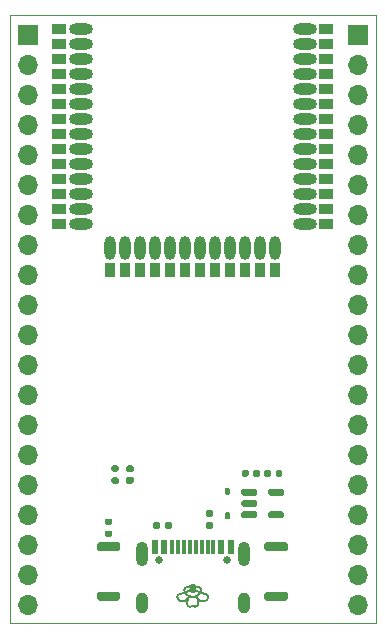
<source format=gts>
G04 #@! TF.GenerationSoftware,KiCad,Pcbnew,8.0.5-8.0.5-0~ubuntu24.04.1*
G04 #@! TF.CreationDate,2024-09-24T16:48:19+02:00*
G04 #@! TF.ProjectId,ESP32-S2_S3-WROOM_flexypin,45535033-322d-4533-925f-53332d57524f,rev?*
G04 #@! TF.SameCoordinates,Original*
G04 #@! TF.FileFunction,Soldermask,Top*
G04 #@! TF.FilePolarity,Negative*
%FSLAX46Y46*%
G04 Gerber Fmt 4.6, Leading zero omitted, Abs format (unit mm)*
G04 Created by KiCad (PCBNEW 8.0.5-8.0.5-0~ubuntu24.04.1) date 2024-09-24 16:48:19*
%MOMM*%
%LPD*%
G01*
G04 APERTURE LIST*
%ADD10C,0.000000*%
%ADD11R,1.700000X1.700000*%
%ADD12O,1.700000X1.700000*%
%ADD13O,0.950000X2.000000*%
%ADD14R,0.900000X1.300000*%
%ADD15O,2.000000X0.950000*%
%ADD16R,1.300000X0.900000*%
%ADD17C,0.650000*%
%ADD18R,0.600000X1.240000*%
%ADD19R,0.300000X1.240000*%
%ADD20O,1.000000X2.100000*%
%ADD21O,1.000000X1.800000*%
G04 #@! TA.AperFunction,Profile*
%ADD22C,0.100000*%
G04 #@! TD*
G04 APERTURE END LIST*
D10*
G36*
X148109695Y-128266577D02*
G01*
X148133861Y-128269360D01*
X148146028Y-128271165D01*
X148158235Y-128273275D01*
X148170467Y-128275714D01*
X148182713Y-128278502D01*
X148194959Y-128281663D01*
X148207193Y-128285219D01*
X148219402Y-128289192D01*
X148231572Y-128293604D01*
X148243690Y-128298478D01*
X148255745Y-128303837D01*
X148267722Y-128309701D01*
X148279609Y-128316094D01*
X148287986Y-128320990D01*
X148296255Y-128326186D01*
X148304411Y-128331680D01*
X148312451Y-128337469D01*
X148320367Y-128343550D01*
X148328157Y-128349921D01*
X148335813Y-128356580D01*
X148343332Y-128363523D01*
X148350708Y-128370747D01*
X148357937Y-128378252D01*
X148365012Y-128386033D01*
X148371930Y-128394089D01*
X148378684Y-128402416D01*
X148385271Y-128411013D01*
X148391684Y-128419876D01*
X148397919Y-128429003D01*
X148425640Y-128424369D01*
X148453284Y-128421451D01*
X148480772Y-128420227D01*
X148508023Y-128420675D01*
X148534957Y-128422771D01*
X148561494Y-128426494D01*
X148587552Y-128431821D01*
X148613052Y-128438730D01*
X148637913Y-128447198D01*
X148662056Y-128457203D01*
X148685398Y-128468723D01*
X148707861Y-128481734D01*
X148729364Y-128496215D01*
X148749826Y-128512143D01*
X148769167Y-128529496D01*
X148787306Y-128548251D01*
X148802972Y-128567033D01*
X148817185Y-128586953D01*
X148829910Y-128607947D01*
X148841112Y-128629949D01*
X148850757Y-128652895D01*
X148858808Y-128676721D01*
X148865232Y-128701362D01*
X148869993Y-128726754D01*
X148873057Y-128752832D01*
X148874387Y-128779532D01*
X148873951Y-128806789D01*
X148871711Y-128834539D01*
X148867634Y-128862717D01*
X148861684Y-128891258D01*
X148853827Y-128920099D01*
X148844027Y-128949175D01*
X148915159Y-128960583D01*
X148984012Y-128973361D01*
X149017477Y-128980389D01*
X149050243Y-128987909D01*
X149082266Y-128995971D01*
X149113504Y-129004626D01*
X149143913Y-129013922D01*
X149173450Y-129023910D01*
X149202072Y-129034639D01*
X149229736Y-129046160D01*
X149256398Y-129058523D01*
X149282015Y-129071776D01*
X149306545Y-129085971D01*
X149329943Y-129101156D01*
X149343412Y-129110850D01*
X149356457Y-129121120D01*
X149369033Y-129131954D01*
X149381093Y-129143339D01*
X149392589Y-129155262D01*
X149403475Y-129167711D01*
X149413704Y-129180673D01*
X149423230Y-129194134D01*
X149432006Y-129208083D01*
X149439985Y-129222505D01*
X149447121Y-129237389D01*
X149453366Y-129252721D01*
X149458675Y-129268488D01*
X149463000Y-129284679D01*
X149466294Y-129301280D01*
X149468512Y-129318277D01*
X149469668Y-129335514D01*
X149469818Y-129352846D01*
X149468976Y-129370279D01*
X149467153Y-129387820D01*
X149464364Y-129405475D01*
X149460620Y-129423250D01*
X149455936Y-129441153D01*
X149450324Y-129459190D01*
X149443797Y-129477367D01*
X149436368Y-129495691D01*
X149428050Y-129514168D01*
X149418856Y-129532805D01*
X149408799Y-129551608D01*
X149397892Y-129570584D01*
X149386148Y-129589740D01*
X149373580Y-129609082D01*
X149372920Y-129610057D01*
X149372246Y-129611023D01*
X149371559Y-129611979D01*
X149370858Y-129612926D01*
X149370145Y-129613862D01*
X149369418Y-129614789D01*
X149368678Y-129615706D01*
X149367926Y-129616612D01*
X149346979Y-129640552D01*
X149325761Y-129663000D01*
X149304291Y-129683966D01*
X149282591Y-129703460D01*
X149260682Y-129721495D01*
X149238584Y-129738081D01*
X149216317Y-129753228D01*
X149193903Y-129766948D01*
X149171362Y-129779252D01*
X149148714Y-129790150D01*
X149125981Y-129799653D01*
X149103183Y-129807773D01*
X149080341Y-129814520D01*
X149057475Y-129819905D01*
X149034606Y-129823939D01*
X149011755Y-129826633D01*
X148989041Y-129828031D01*
X148966578Y-129828205D01*
X148944376Y-129827211D01*
X148922444Y-129825105D01*
X148900794Y-129821941D01*
X148879434Y-129817775D01*
X148858375Y-129812663D01*
X148837627Y-129806659D01*
X148817201Y-129799819D01*
X148797106Y-129792198D01*
X148777352Y-129783851D01*
X148757950Y-129774835D01*
X148738909Y-129765203D01*
X148720240Y-129755012D01*
X148701953Y-129744317D01*
X148684058Y-129733172D01*
X148675828Y-129727814D01*
X148667668Y-129722349D01*
X148659575Y-129716785D01*
X148651547Y-129711130D01*
X148643581Y-129705392D01*
X148635676Y-129699579D01*
X148620035Y-129687760D01*
X148627333Y-129721203D01*
X148633222Y-129753815D01*
X148637716Y-129785590D01*
X148640832Y-129816519D01*
X148642585Y-129846593D01*
X148642989Y-129875804D01*
X148642061Y-129904145D01*
X148639816Y-129931606D01*
X148636268Y-129958180D01*
X148631434Y-129983858D01*
X148625329Y-130008632D01*
X148617968Y-130032494D01*
X148609366Y-130055436D01*
X148599539Y-130077449D01*
X148588503Y-130098524D01*
X148576271Y-130118655D01*
X148564897Y-130134976D01*
X148552682Y-130150401D01*
X148539677Y-130164914D01*
X148525930Y-130178502D01*
X148511492Y-130191151D01*
X148496412Y-130202846D01*
X148480738Y-130213574D01*
X148464521Y-130223321D01*
X148447810Y-130232072D01*
X148430653Y-130239813D01*
X148413102Y-130246531D01*
X148395204Y-130252211D01*
X148377010Y-130256839D01*
X148358569Y-130260401D01*
X148339930Y-130262884D01*
X148321142Y-130264272D01*
X148305932Y-130264604D01*
X148290693Y-130264258D01*
X148275438Y-130263242D01*
X148260179Y-130261566D01*
X148244928Y-130259238D01*
X148229697Y-130256268D01*
X148214498Y-130252665D01*
X148199343Y-130248437D01*
X148184243Y-130243594D01*
X148169212Y-130238145D01*
X148154261Y-130232098D01*
X148139402Y-130225464D01*
X148124647Y-130218250D01*
X148110007Y-130210467D01*
X148095496Y-130202122D01*
X148081125Y-130193225D01*
X148066765Y-130202120D01*
X148052265Y-130210464D01*
X148037637Y-130218247D01*
X148022894Y-130225460D01*
X148008048Y-130232094D01*
X147993110Y-130238141D01*
X147978093Y-130243591D01*
X147963008Y-130248434D01*
X147947867Y-130252663D01*
X147932683Y-130256267D01*
X147917468Y-130259238D01*
X147902233Y-130261566D01*
X147886990Y-130263243D01*
X147871752Y-130264259D01*
X147856530Y-130264605D01*
X147841337Y-130264272D01*
X147822570Y-130262882D01*
X147803953Y-130260394D01*
X147785534Y-130256825D01*
X147767364Y-130252188D01*
X147749491Y-130246497D01*
X147731965Y-130239767D01*
X147714837Y-130232013D01*
X147698155Y-130223248D01*
X147681968Y-130213487D01*
X147666328Y-130202744D01*
X147651282Y-130191034D01*
X147636881Y-130178372D01*
X147623175Y-130164770D01*
X147610212Y-130150244D01*
X147598042Y-130134809D01*
X147586715Y-130118477D01*
X147574548Y-130098349D01*
X147563574Y-130077279D01*
X147553808Y-130055275D01*
X147545266Y-130032346D01*
X147537962Y-130008498D01*
X147531911Y-129983742D01*
X147527129Y-129958084D01*
X147523632Y-129931533D01*
X147521433Y-129904096D01*
X147520548Y-129875783D01*
X147520554Y-129875449D01*
X147691765Y-129875449D01*
X147692156Y-129892037D01*
X147693121Y-129907904D01*
X147696662Y-129937465D01*
X147702167Y-129964123D01*
X147705587Y-129976361D01*
X147709417Y-129987869D01*
X147713628Y-129998647D01*
X147718193Y-130008694D01*
X147723085Y-130018008D01*
X147728276Y-130026588D01*
X147734005Y-130034945D01*
X147739957Y-130042715D01*
X147746138Y-130049907D01*
X147752549Y-130056533D01*
X147759195Y-130062602D01*
X147766080Y-130068125D01*
X147773206Y-130073113D01*
X147780579Y-130077577D01*
X147788201Y-130081526D01*
X147796075Y-130084972D01*
X147804207Y-130087924D01*
X147812599Y-130090394D01*
X147821254Y-130092392D01*
X147830178Y-130093928D01*
X147839372Y-130095013D01*
X147848842Y-130095657D01*
X147858598Y-130095819D01*
X147868637Y-130095440D01*
X147878936Y-130094507D01*
X147889476Y-130093005D01*
X147900235Y-130090919D01*
X147911192Y-130088236D01*
X147922326Y-130084941D01*
X147933617Y-130081019D01*
X147945042Y-130076458D01*
X147956582Y-130071241D01*
X147968215Y-130065356D01*
X147979920Y-130058788D01*
X147991676Y-130051522D01*
X148003462Y-130043544D01*
X148015258Y-130034840D01*
X148027042Y-130025396D01*
X148029924Y-130024060D01*
X148032851Y-130022836D01*
X148035820Y-130021722D01*
X148038827Y-130020722D01*
X148041870Y-130019835D01*
X148044946Y-130019062D01*
X148048050Y-130018406D01*
X148051180Y-130017866D01*
X148052934Y-130016957D01*
X148054707Y-130016090D01*
X148056498Y-130015265D01*
X148058307Y-130014483D01*
X148060132Y-130013744D01*
X148061974Y-130013048D01*
X148063831Y-130012395D01*
X148065702Y-130011786D01*
X148067587Y-130011220D01*
X148069485Y-130010699D01*
X148071395Y-130010222D01*
X148073316Y-130009789D01*
X148075248Y-130009402D01*
X148077190Y-130009059D01*
X148079141Y-130008761D01*
X148081100Y-130008509D01*
X148083061Y-130008761D01*
X148085013Y-130009058D01*
X148086957Y-130009400D01*
X148088890Y-130009788D01*
X148090813Y-130010220D01*
X148092725Y-130010697D01*
X148094625Y-130011218D01*
X148096511Y-130011784D01*
X148098384Y-130012393D01*
X148100242Y-130013046D01*
X148102085Y-130013742D01*
X148103912Y-130014481D01*
X148105723Y-130015264D01*
X148107515Y-130016089D01*
X148109290Y-130016956D01*
X148111045Y-130017866D01*
X148114175Y-130018406D01*
X148117280Y-130019062D01*
X148120355Y-130019835D01*
X148123398Y-130020722D01*
X148126406Y-130021722D01*
X148129375Y-130022836D01*
X148132302Y-130024060D01*
X148135184Y-130025396D01*
X148146962Y-130034836D01*
X148158756Y-130043537D01*
X148170544Y-130051512D01*
X148182304Y-130058777D01*
X148194016Y-130065346D01*
X148205659Y-130071231D01*
X148217211Y-130076449D01*
X148228653Y-130081012D01*
X148239962Y-130084934D01*
X148251118Y-130088231D01*
X148262100Y-130090916D01*
X148272887Y-130093003D01*
X148283457Y-130094507D01*
X148293791Y-130095441D01*
X148303866Y-130095819D01*
X148313662Y-130095657D01*
X148323174Y-130095011D01*
X148332413Y-130093922D01*
X148341382Y-130092380D01*
X148350084Y-130090375D01*
X148358524Y-130087896D01*
X148366703Y-130084934D01*
X148370696Y-130083268D01*
X148374626Y-130081477D01*
X148378492Y-130079560D01*
X148382295Y-130077516D01*
X148386036Y-130075344D01*
X148389715Y-130073041D01*
X148393332Y-130070607D01*
X148396888Y-130068040D01*
X148400384Y-130065340D01*
X148403818Y-130062504D01*
X148407193Y-130059532D01*
X148410509Y-130056423D01*
X148413765Y-130053174D01*
X148416963Y-130049786D01*
X148423183Y-130042582D01*
X148429174Y-130034802D01*
X148434938Y-130026435D01*
X148439095Y-130019711D01*
X148443077Y-130012535D01*
X148446870Y-130004907D01*
X148450461Y-129996826D01*
X148453835Y-129988294D01*
X148456978Y-129979311D01*
X148459877Y-129969877D01*
X148462516Y-129959991D01*
X148464884Y-129949656D01*
X148466964Y-129938870D01*
X148468744Y-129927634D01*
X148470209Y-129915949D01*
X148471346Y-129903814D01*
X148472139Y-129891231D01*
X148472576Y-129878198D01*
X148472642Y-129864717D01*
X148471965Y-129843199D01*
X148470285Y-129820600D01*
X148467559Y-129796926D01*
X148463744Y-129772182D01*
X148458797Y-129746373D01*
X148452675Y-129719505D01*
X148445335Y-129691584D01*
X148436735Y-129662613D01*
X148426830Y-129632599D01*
X148415579Y-129601548D01*
X148402939Y-129569463D01*
X148388866Y-129536351D01*
X148373317Y-129502217D01*
X148356250Y-129467066D01*
X148337622Y-129430904D01*
X148317390Y-129393735D01*
X148290204Y-129400066D01*
X148262547Y-129405966D01*
X148234341Y-129411314D01*
X148205508Y-129415990D01*
X148175969Y-129419870D01*
X148145647Y-129422835D01*
X148114463Y-129424763D01*
X148082341Y-129425531D01*
X148081960Y-129425480D01*
X148081771Y-129425506D01*
X148081582Y-129425532D01*
X148065401Y-129425300D01*
X148049465Y-129424763D01*
X148018288Y-129422835D01*
X147987973Y-129419869D01*
X147958442Y-129415988D01*
X147929616Y-129411312D01*
X147901416Y-129405964D01*
X147873766Y-129400064D01*
X147846585Y-129393735D01*
X147829750Y-129424532D01*
X147814036Y-129454628D01*
X147799416Y-129484024D01*
X147785864Y-129512719D01*
X147773351Y-129540710D01*
X147761850Y-129567997D01*
X147751334Y-129594579D01*
X147741776Y-129620455D01*
X147733147Y-129645623D01*
X147725421Y-129670082D01*
X147718570Y-129693832D01*
X147712567Y-129716870D01*
X147707384Y-129739197D01*
X147702993Y-129760810D01*
X147699369Y-129781709D01*
X147696482Y-129801893D01*
X147694305Y-129821359D01*
X147692812Y-129840108D01*
X147691974Y-129858139D01*
X147691765Y-129875449D01*
X147520554Y-129875449D01*
X147520993Y-129846600D01*
X147522782Y-129816557D01*
X147525931Y-129785661D01*
X147530455Y-129753920D01*
X147536368Y-129721343D01*
X147543687Y-129687938D01*
X147528110Y-129699707D01*
X147520239Y-129705498D01*
X147512310Y-129711214D01*
X147504319Y-129716848D01*
X147496263Y-129722391D01*
X147488138Y-129727835D01*
X147479942Y-129733172D01*
X147462047Y-129744316D01*
X147443760Y-129755012D01*
X147425091Y-129765203D01*
X147406051Y-129774834D01*
X147386649Y-129783851D01*
X147366895Y-129792198D01*
X147346800Y-129799818D01*
X147326373Y-129806659D01*
X147305626Y-129812663D01*
X147284567Y-129817775D01*
X147263207Y-129821941D01*
X147241556Y-129825105D01*
X147219624Y-129827211D01*
X147197422Y-129828205D01*
X147174959Y-129828031D01*
X147152245Y-129826633D01*
X147129394Y-129823939D01*
X147106526Y-129819905D01*
X147083660Y-129814520D01*
X147060817Y-129807773D01*
X147038019Y-129799653D01*
X147015286Y-129790150D01*
X146992639Y-129779251D01*
X146970098Y-129766948D01*
X146947684Y-129753228D01*
X146925417Y-129738080D01*
X146903319Y-129721495D01*
X146881409Y-129703460D01*
X146859709Y-129683965D01*
X146838240Y-129663000D01*
X146817021Y-129640552D01*
X146796074Y-129616612D01*
X146795322Y-129615706D01*
X146794582Y-129614789D01*
X146793856Y-129613862D01*
X146793142Y-129612926D01*
X146792442Y-129611979D01*
X146791755Y-129611023D01*
X146791081Y-129610057D01*
X146790420Y-129609081D01*
X146777852Y-129589740D01*
X146766108Y-129570584D01*
X146755201Y-129551608D01*
X146745144Y-129532804D01*
X146735951Y-129514167D01*
X146727633Y-129495690D01*
X146720204Y-129477366D01*
X146713676Y-129459189D01*
X146708064Y-129441153D01*
X146703380Y-129423250D01*
X146699637Y-129405474D01*
X146696847Y-129387819D01*
X146695025Y-129370279D01*
X146694182Y-129352846D01*
X146694280Y-129341512D01*
X146863031Y-129341512D01*
X146863037Y-129349022D01*
X146863521Y-129357062D01*
X146864514Y-129365636D01*
X146866051Y-129374745D01*
X146868164Y-129384393D01*
X146870886Y-129394581D01*
X146874249Y-129405313D01*
X146878288Y-129416591D01*
X146883033Y-129428417D01*
X146888519Y-129440793D01*
X146894778Y-129453724D01*
X146901843Y-129467210D01*
X146909747Y-129481255D01*
X146918523Y-129495861D01*
X146928203Y-129511031D01*
X146944820Y-129529872D01*
X146961181Y-129547168D01*
X146977291Y-129562977D01*
X146993158Y-129577353D01*
X147008789Y-129590354D01*
X147024192Y-129602034D01*
X147039373Y-129612449D01*
X147054338Y-129621656D01*
X147069097Y-129629711D01*
X147083654Y-129636670D01*
X147098018Y-129642587D01*
X147112195Y-129647520D01*
X147126193Y-129651525D01*
X147140018Y-129654656D01*
X147153678Y-129656971D01*
X147167180Y-129658525D01*
X147180787Y-129659354D01*
X147194440Y-129659440D01*
X147208137Y-129658797D01*
X147221874Y-129657442D01*
X147235648Y-129655389D01*
X147249457Y-129652653D01*
X147263298Y-129649250D01*
X147277168Y-129645196D01*
X147291063Y-129640505D01*
X147304982Y-129635193D01*
X147318920Y-129629275D01*
X147332876Y-129622766D01*
X147346846Y-129615682D01*
X147360828Y-129608037D01*
X147374818Y-129599848D01*
X147388814Y-129591130D01*
X147409619Y-129577238D01*
X147429948Y-129562614D01*
X147449805Y-129547335D01*
X147469196Y-129531480D01*
X147488127Y-129515125D01*
X147506603Y-129498350D01*
X147524631Y-129481232D01*
X147542215Y-129463848D01*
X147576075Y-129428598D01*
X147608230Y-129393223D01*
X147638723Y-129358346D01*
X147667600Y-129324591D01*
X147667554Y-129324565D01*
X148496375Y-129324565D01*
X148525254Y-129358322D01*
X148555749Y-129393202D01*
X148587906Y-129428580D01*
X148621769Y-129463834D01*
X148639355Y-129481219D01*
X148657384Y-129498340D01*
X148675863Y-129515117D01*
X148694796Y-129531473D01*
X148714189Y-129547331D01*
X148734048Y-129562611D01*
X148754379Y-129577237D01*
X148775186Y-129591130D01*
X148789182Y-129599848D01*
X148803172Y-129608037D01*
X148817154Y-129615682D01*
X148831124Y-129622766D01*
X148845080Y-129629275D01*
X148859019Y-129635193D01*
X148872937Y-129640505D01*
X148886833Y-129645196D01*
X148900702Y-129649251D01*
X148914543Y-129652653D01*
X148928352Y-129655389D01*
X148942127Y-129657442D01*
X148955863Y-129658797D01*
X148969560Y-129659440D01*
X148983213Y-129659354D01*
X148996820Y-129658525D01*
X149010322Y-129656971D01*
X149023982Y-129654656D01*
X149037807Y-129651525D01*
X149051805Y-129647521D01*
X149065982Y-129642587D01*
X149080346Y-129636670D01*
X149094903Y-129629711D01*
X149109662Y-129621657D01*
X149124627Y-129612449D01*
X149139808Y-129602034D01*
X149155211Y-129590354D01*
X149170842Y-129577354D01*
X149186709Y-129562977D01*
X149202819Y-129547168D01*
X149219180Y-129529872D01*
X149235797Y-129511031D01*
X149245477Y-129495861D01*
X149254253Y-129481255D01*
X149262157Y-129467210D01*
X149269222Y-129453724D01*
X149275481Y-129440794D01*
X149280967Y-129428417D01*
X149285713Y-129416591D01*
X149289751Y-129405313D01*
X149293115Y-129394582D01*
X149295836Y-129384393D01*
X149297949Y-129374746D01*
X149299486Y-129365636D01*
X149300480Y-129357063D01*
X149300963Y-129349022D01*
X149300969Y-129341512D01*
X149300531Y-129334530D01*
X149299709Y-129327802D01*
X149298555Y-129321292D01*
X149297044Y-129314977D01*
X149295152Y-129308835D01*
X149292858Y-129302842D01*
X149290136Y-129296975D01*
X149286964Y-129291212D01*
X149283319Y-129285530D01*
X149279177Y-129279905D01*
X149274514Y-129274314D01*
X149269308Y-129268735D01*
X149263534Y-129263144D01*
X149257170Y-129257519D01*
X149250192Y-129251837D01*
X149242577Y-129246074D01*
X149234301Y-129240207D01*
X149217212Y-129229389D01*
X149197952Y-129218911D01*
X149176622Y-129208771D01*
X149153321Y-129198968D01*
X149128147Y-129189502D01*
X149101199Y-129180372D01*
X149042381Y-129163114D01*
X148977658Y-129147187D01*
X148907824Y-129132583D01*
X148833671Y-129119296D01*
X148755992Y-129107318D01*
X148741507Y-129125678D01*
X148726703Y-129143291D01*
X148711598Y-129160181D01*
X148696211Y-129176369D01*
X148680561Y-129191881D01*
X148664666Y-129206740D01*
X148648546Y-129220968D01*
X148632218Y-129234591D01*
X148615702Y-129247630D01*
X148599015Y-129260111D01*
X148582178Y-129272055D01*
X148565208Y-129283488D01*
X148548124Y-129294431D01*
X148530945Y-129304910D01*
X148513689Y-129314947D01*
X148496375Y-129324565D01*
X147667554Y-129324565D01*
X147650284Y-129314972D01*
X147633025Y-129304935D01*
X147615841Y-129294457D01*
X147598753Y-129283514D01*
X147581777Y-129272083D01*
X147564934Y-129260139D01*
X147548242Y-129247659D01*
X147531720Y-129234620D01*
X147515386Y-129220998D01*
X147499260Y-129206770D01*
X147483359Y-129191911D01*
X147467704Y-129176399D01*
X147452312Y-129160210D01*
X147437203Y-129143320D01*
X147422395Y-129125705D01*
X147407907Y-129107343D01*
X147330245Y-129119321D01*
X147256108Y-129132606D01*
X147220609Y-129139741D01*
X147186289Y-129147206D01*
X147153246Y-129155002D01*
X147121580Y-129163130D01*
X147091390Y-129171590D01*
X147062775Y-129180384D01*
X147035833Y-129189512D01*
X147010664Y-129198976D01*
X146987367Y-129208777D01*
X146966042Y-129218915D01*
X146946786Y-129229391D01*
X146929699Y-129240207D01*
X146921423Y-129246073D01*
X146913808Y-129251836D01*
X146906830Y-129257519D01*
X146900466Y-129263144D01*
X146894693Y-129268735D01*
X146889486Y-129274314D01*
X146884824Y-129279904D01*
X146880681Y-129285529D01*
X146877036Y-129291212D01*
X146873864Y-129296975D01*
X146871143Y-129302841D01*
X146868848Y-129308834D01*
X146866957Y-129314977D01*
X146865446Y-129321291D01*
X146864291Y-129327801D01*
X146863470Y-129334530D01*
X146863031Y-129341512D01*
X146694280Y-129341512D01*
X146694332Y-129335514D01*
X146695488Y-129318277D01*
X146696460Y-129309730D01*
X146697706Y-129301280D01*
X146699221Y-129292929D01*
X146701000Y-129284679D01*
X146703037Y-129276532D01*
X146705325Y-129268489D01*
X146707860Y-129260551D01*
X146710634Y-129252721D01*
X146716879Y-129237389D01*
X146724015Y-129222505D01*
X146731994Y-129208083D01*
X146740770Y-129194134D01*
X146750296Y-129180673D01*
X146760526Y-129167711D01*
X146771412Y-129155263D01*
X146782908Y-129143339D01*
X146794967Y-129131954D01*
X146807543Y-129121120D01*
X146820589Y-129110850D01*
X146834057Y-129101156D01*
X146857453Y-129085972D01*
X146881981Y-129071779D01*
X146907596Y-129058528D01*
X146934255Y-129046167D01*
X146957227Y-129036601D01*
X147569270Y-129036601D01*
X147583394Y-129052106D01*
X147597825Y-129066860D01*
X147612562Y-129080905D01*
X147627606Y-129094281D01*
X147642957Y-129107028D01*
X147658613Y-129119186D01*
X147674575Y-129130795D01*
X147690843Y-129141896D01*
X147707416Y-129152529D01*
X147724294Y-129162734D01*
X147741477Y-129172551D01*
X147758965Y-129182021D01*
X147794853Y-129200081D01*
X147831955Y-129217235D01*
X147861823Y-129225407D01*
X147891789Y-129232884D01*
X147922001Y-129239551D01*
X147952608Y-129245295D01*
X147983759Y-129250000D01*
X148015602Y-129253552D01*
X148031830Y-129254860D01*
X148048287Y-129255836D01*
X148064991Y-129256468D01*
X148081962Y-129256739D01*
X148098931Y-129256468D01*
X148115635Y-129255836D01*
X148132091Y-129254860D01*
X148148319Y-129253552D01*
X148164337Y-129251927D01*
X148180163Y-129250000D01*
X148211316Y-129245295D01*
X148241924Y-129239551D01*
X148272137Y-129232884D01*
X148302102Y-129225407D01*
X148331969Y-129217235D01*
X148369073Y-129200081D01*
X148387169Y-129191185D01*
X148404961Y-129182022D01*
X148422449Y-129172551D01*
X148439632Y-129162734D01*
X148456510Y-129152529D01*
X148473083Y-129141896D01*
X148489351Y-129130795D01*
X148505313Y-129119186D01*
X148520969Y-129107028D01*
X148536319Y-129094281D01*
X148551363Y-129080905D01*
X148566100Y-129066860D01*
X148580530Y-129052106D01*
X148594654Y-129036601D01*
X148565368Y-129017404D01*
X148536045Y-128998780D01*
X148506673Y-128980821D01*
X148477244Y-128963619D01*
X148447747Y-128947265D01*
X148418171Y-128931853D01*
X148388507Y-128917474D01*
X148358744Y-128904219D01*
X148346853Y-128915639D01*
X148334360Y-128926753D01*
X148321244Y-128937506D01*
X148307481Y-128947842D01*
X148293046Y-128957708D01*
X148277918Y-128967048D01*
X148262071Y-128975806D01*
X148245483Y-128983928D01*
X148228131Y-128991360D01*
X148209990Y-128998045D01*
X148191038Y-129003929D01*
X148171251Y-129008957D01*
X148150605Y-129013075D01*
X148129077Y-129016226D01*
X148106643Y-129018356D01*
X148083280Y-129019410D01*
X148082392Y-129019288D01*
X148081948Y-129019223D01*
X148081505Y-129019156D01*
X148081068Y-129019223D01*
X148080631Y-129019288D01*
X148080194Y-129019350D01*
X148079756Y-129019410D01*
X148056255Y-129018354D01*
X148033720Y-129016215D01*
X148012125Y-129013050D01*
X147991443Y-129008915D01*
X147971650Y-129003867D01*
X147952717Y-128997962D01*
X147934621Y-128991258D01*
X147917334Y-128983810D01*
X147900830Y-128975675D01*
X147885084Y-128966911D01*
X147870069Y-128957574D01*
X147855759Y-128947720D01*
X147842129Y-128937405D01*
X147829152Y-128926688D01*
X147816802Y-128915624D01*
X147805053Y-128904270D01*
X147775304Y-128917522D01*
X147745655Y-128931898D01*
X147716095Y-128947305D01*
X147686613Y-128963652D01*
X147657200Y-128980847D01*
X147627845Y-128998798D01*
X147598539Y-129017413D01*
X147569270Y-129036601D01*
X146957227Y-129036601D01*
X146961916Y-129034648D01*
X146990535Y-129023921D01*
X147020069Y-129013935D01*
X147050475Y-129004641D01*
X147081709Y-128995989D01*
X147113729Y-128987928D01*
X147179952Y-128973383D01*
X147248799Y-128960607D01*
X147319923Y-128949200D01*
X147310120Y-128920123D01*
X147302261Y-128891280D01*
X147296310Y-128862737D01*
X147292232Y-128834557D01*
X147289992Y-128806806D01*
X147289670Y-128786706D01*
X147453019Y-128786706D01*
X147453608Y-128802659D01*
X147455447Y-128819286D01*
X147458597Y-128836600D01*
X147463121Y-128854616D01*
X147469083Y-128873348D01*
X147476545Y-128892809D01*
X147514960Y-128867792D01*
X147550822Y-128845520D01*
X148026661Y-128845520D01*
X148038809Y-128847216D01*
X148045110Y-128847993D01*
X148051649Y-128848701D01*
X148058491Y-128849323D01*
X148065700Y-128849844D01*
X148073342Y-128850247D01*
X148081480Y-128850516D01*
X148089465Y-128850247D01*
X148096977Y-128849842D01*
X148104077Y-128849316D01*
X148110830Y-128848686D01*
X148117297Y-128847971D01*
X148123542Y-128847185D01*
X148135615Y-128845470D01*
X148121761Y-128843467D01*
X148107914Y-128841378D01*
X148101075Y-128840395D01*
X148094334Y-128839503D01*
X148087724Y-128838739D01*
X148081278Y-128838142D01*
X148074772Y-128838744D01*
X148068115Y-128839512D01*
X148061338Y-128840408D01*
X148054468Y-128841396D01*
X148040572Y-128843497D01*
X148026661Y-128845520D01*
X147550822Y-128845520D01*
X147553838Y-128843647D01*
X147593222Y-128820500D01*
X147633154Y-128798474D01*
X147673678Y-128777693D01*
X147714835Y-128758282D01*
X147756668Y-128740365D01*
X147777852Y-128732006D01*
X147799221Y-128724067D01*
X147813404Y-128719184D01*
X147827876Y-128714610D01*
X147842596Y-128710318D01*
X147857522Y-128706279D01*
X147872614Y-128702467D01*
X147887829Y-128698855D01*
X147918469Y-128692119D01*
X147909726Y-128684841D01*
X147900893Y-128677785D01*
X147891990Y-128670958D01*
X147883036Y-128664370D01*
X147874050Y-128658028D01*
X147865052Y-128651940D01*
X147856061Y-128646115D01*
X147847095Y-128640562D01*
X147838176Y-128635288D01*
X147829321Y-128630303D01*
X147820550Y-128625613D01*
X147811882Y-128621228D01*
X147803337Y-128617155D01*
X147794935Y-128613404D01*
X147786693Y-128609982D01*
X147778632Y-128606898D01*
X147768296Y-128603323D01*
X147757978Y-128600158D01*
X147747687Y-128597396D01*
X147737431Y-128595030D01*
X147727221Y-128593054D01*
X147717065Y-128591460D01*
X147706972Y-128590242D01*
X147696952Y-128589391D01*
X147687013Y-128588902D01*
X147677166Y-128588767D01*
X147667418Y-128588979D01*
X147657780Y-128589531D01*
X147648260Y-128590417D01*
X147638868Y-128591628D01*
X147629612Y-128593159D01*
X147620503Y-128595001D01*
X147602757Y-128599594D01*
X147585705Y-128605351D01*
X147569420Y-128612215D01*
X147553974Y-128620131D01*
X147539441Y-128629042D01*
X147532540Y-128633854D01*
X147525894Y-128638892D01*
X147519514Y-128644152D01*
X147513407Y-128649625D01*
X147507584Y-128655305D01*
X147502053Y-128661185D01*
X147493596Y-128671163D01*
X147485761Y-128681676D01*
X147478612Y-128692737D01*
X147472211Y-128704362D01*
X147466620Y-128716563D01*
X147461903Y-128729355D01*
X147458122Y-128742751D01*
X147455339Y-128756766D01*
X147453617Y-128771413D01*
X147453019Y-128786706D01*
X147289670Y-128786706D01*
X147289555Y-128779547D01*
X147290886Y-128752845D01*
X147293949Y-128726766D01*
X147298711Y-128701372D01*
X147305136Y-128676729D01*
X147313188Y-128652902D01*
X147322834Y-128629954D01*
X147334037Y-128607950D01*
X147346763Y-128586956D01*
X147360977Y-128567034D01*
X147376643Y-128548251D01*
X147394790Y-128529488D01*
X147414138Y-128512129D01*
X147434608Y-128496196D01*
X147456119Y-128481710D01*
X147478590Y-128468696D01*
X147501942Y-128457174D01*
X147526094Y-128447169D01*
X147550965Y-128438701D01*
X147552245Y-128438354D01*
X147981608Y-128525224D01*
X147989121Y-128530533D01*
X147998748Y-128537612D01*
X148008309Y-128544928D01*
X148017796Y-128552486D01*
X148027200Y-128560286D01*
X148036511Y-128568330D01*
X148045720Y-128576622D01*
X148054818Y-128585162D01*
X148063796Y-128593954D01*
X148072644Y-128602999D01*
X148081353Y-128612299D01*
X148090146Y-128602956D01*
X148099080Y-128593872D01*
X148108145Y-128585045D01*
X148117332Y-128576472D01*
X148126631Y-128568152D01*
X148136033Y-128560082D01*
X148139556Y-128557180D01*
X148385292Y-128606898D01*
X148377216Y-128609987D01*
X148368953Y-128613413D01*
X148360522Y-128617168D01*
X148351943Y-128621243D01*
X148343237Y-128625631D01*
X148334423Y-128630323D01*
X148325521Y-128635309D01*
X148316550Y-128640582D01*
X148307532Y-128646134D01*
X148298485Y-128651954D01*
X148289429Y-128658037D01*
X148280385Y-128664371D01*
X148271372Y-128670951D01*
X148262411Y-128677765D01*
X148253520Y-128684807D01*
X148244720Y-128692068D01*
X148275581Y-128698802D01*
X148290907Y-128702416D01*
X148306104Y-128706232D01*
X148321128Y-128710277D01*
X148335937Y-128714580D01*
X148350485Y-128719167D01*
X148364729Y-128724067D01*
X148386097Y-128732007D01*
X148407280Y-128740367D01*
X148428284Y-128749132D01*
X148449112Y-128758287D01*
X148490267Y-128777701D01*
X148530789Y-128798485D01*
X148570720Y-128820515D01*
X148610105Y-128843666D01*
X148648985Y-128867814D01*
X148687405Y-128892834D01*
X148690470Y-128885252D01*
X148693328Y-128877769D01*
X148695978Y-128870386D01*
X148698422Y-128863103D01*
X148700660Y-128855923D01*
X148702691Y-128848844D01*
X148704516Y-128841870D01*
X148706136Y-128834999D01*
X148707550Y-128828233D01*
X148708759Y-128821573D01*
X148709764Y-128815019D01*
X148710563Y-128808573D01*
X148711158Y-128802236D01*
X148711550Y-128796007D01*
X148711737Y-128789889D01*
X148711721Y-128783881D01*
X148711722Y-128783881D01*
X148711312Y-128774490D01*
X148710470Y-128765345D01*
X148709210Y-128756444D01*
X148707549Y-128747782D01*
X148705502Y-128739356D01*
X148703084Y-128731162D01*
X148700310Y-128723196D01*
X148697197Y-128715455D01*
X148693759Y-128707936D01*
X148690011Y-128700634D01*
X148685970Y-128693546D01*
X148681651Y-128686668D01*
X148677068Y-128679996D01*
X148672238Y-128673528D01*
X148667177Y-128667258D01*
X148661898Y-128661185D01*
X148650543Y-128649625D01*
X148638056Y-128638892D01*
X148624509Y-128629042D01*
X148609976Y-128620131D01*
X148594530Y-128612215D01*
X148578244Y-128605351D01*
X148561191Y-128599594D01*
X148543445Y-128595001D01*
X148525079Y-128591628D01*
X148506166Y-128589531D01*
X148486779Y-128588767D01*
X148466992Y-128589391D01*
X148446878Y-128591460D01*
X148426510Y-128595030D01*
X148405961Y-128600158D01*
X148385305Y-128606898D01*
X148139558Y-128557178D01*
X148139556Y-128557180D01*
X147981608Y-128525224D01*
X147981604Y-128525221D01*
X147822099Y-128492950D01*
X147930513Y-128492950D01*
X147940336Y-128498643D01*
X147950149Y-128504561D01*
X147959944Y-128510707D01*
X147969710Y-128517083D01*
X147979439Y-128523691D01*
X147981604Y-128525221D01*
X148139558Y-128557178D01*
X148145528Y-128552260D01*
X148155106Y-128544683D01*
X148164758Y-128537350D01*
X148174473Y-128530258D01*
X148184243Y-128523405D01*
X148194057Y-128516788D01*
X148213779Y-128504257D01*
X148233564Y-128492646D01*
X148229197Y-128488333D01*
X148224793Y-128484163D01*
X148220337Y-128480154D01*
X148215816Y-128476324D01*
X148213528Y-128474482D01*
X148211218Y-128472691D01*
X148208885Y-128470954D01*
X148206528Y-128469274D01*
X148204145Y-128467651D01*
X148201735Y-128466090D01*
X148199295Y-128464591D01*
X148196823Y-128463157D01*
X148190996Y-128460031D01*
X148184973Y-128457102D01*
X148178758Y-128454364D01*
X148172354Y-128451813D01*
X148165761Y-128449443D01*
X148158984Y-128447252D01*
X148152025Y-128445233D01*
X148144886Y-128443382D01*
X148137569Y-128441693D01*
X148130078Y-128440164D01*
X148122415Y-128438788D01*
X148114583Y-128437561D01*
X148098419Y-128435535D01*
X148081607Y-128434049D01*
X148064874Y-128435875D01*
X148056741Y-128436959D01*
X148048768Y-128438165D01*
X148040958Y-128439499D01*
X148033315Y-128440965D01*
X148025842Y-128442570D01*
X148018541Y-128444318D01*
X148011417Y-128446216D01*
X148004471Y-128448269D01*
X147997709Y-128450482D01*
X147991132Y-128452861D01*
X147984744Y-128455411D01*
X147978548Y-128458139D01*
X147972548Y-128461048D01*
X147966746Y-128464146D01*
X147964303Y-128465555D01*
X147961892Y-128467028D01*
X147959512Y-128468560D01*
X147957159Y-128470151D01*
X147954833Y-128471797D01*
X147952533Y-128473497D01*
X147950255Y-128475249D01*
X147947999Y-128477049D01*
X147943544Y-128480789D01*
X147939153Y-128484697D01*
X147934814Y-128488757D01*
X147930513Y-128492950D01*
X147822099Y-128492950D01*
X147552248Y-128438353D01*
X147552245Y-128438354D01*
X146694182Y-128264749D01*
X147552248Y-128438353D01*
X147576475Y-128431794D01*
X147602543Y-128426470D01*
X147629090Y-128422751D01*
X147656035Y-128420660D01*
X147683297Y-128420220D01*
X147710796Y-128421453D01*
X147738451Y-128424382D01*
X147766183Y-128429028D01*
X147772434Y-128419926D01*
X147778863Y-128411092D01*
X147785462Y-128402529D01*
X147792227Y-128394239D01*
X147799152Y-128386225D01*
X147806231Y-128378488D01*
X147813459Y-128371032D01*
X147820830Y-128363858D01*
X147828338Y-128356968D01*
X147835977Y-128350366D01*
X147843743Y-128344053D01*
X147851629Y-128338031D01*
X147859630Y-128332303D01*
X147867740Y-128326871D01*
X147875953Y-128321738D01*
X147884264Y-128316906D01*
X147896044Y-128310597D01*
X147907894Y-128304809D01*
X147919802Y-128299515D01*
X147931754Y-128294693D01*
X147943737Y-128290319D01*
X147955738Y-128286368D01*
X147967744Y-128282817D01*
X147979741Y-128279642D01*
X147991717Y-128276819D01*
X148003659Y-128274324D01*
X148015553Y-128272133D01*
X148027386Y-128270222D01*
X148050818Y-128267144D01*
X148073848Y-128264901D01*
X148075364Y-128265340D01*
X148076871Y-128265808D01*
X148078369Y-128266304D01*
X148079858Y-128266828D01*
X148081339Y-128266266D01*
X148082830Y-128265732D01*
X148084331Y-128265226D01*
X148085841Y-128264749D01*
X148109695Y-128266577D01*
G37*
G36*
X148097724Y-128816764D02*
G01*
X148111986Y-128818130D01*
X148126219Y-128819788D01*
X148140426Y-128821689D01*
X148168770Y-128826021D01*
X148197041Y-128830733D01*
X148198068Y-128831032D01*
X148199130Y-128831277D01*
X148200217Y-128831479D01*
X148201324Y-128831650D01*
X148205813Y-128832267D01*
X148206917Y-128832464D01*
X148208000Y-128832702D01*
X148209056Y-128832993D01*
X148210077Y-128833349D01*
X148210572Y-128833555D01*
X148211057Y-128833781D01*
X148211529Y-128834030D01*
X148211989Y-128834302D01*
X148212435Y-128834600D01*
X148212866Y-128834924D01*
X148213282Y-128835276D01*
X148213682Y-128835658D01*
X148213683Y-128835658D01*
X148213753Y-128835942D01*
X148213814Y-128836225D01*
X148213866Y-128836508D01*
X148213905Y-128836790D01*
X148213931Y-128837069D01*
X148213942Y-128837346D01*
X148213936Y-128837620D01*
X148213913Y-128837890D01*
X148213870Y-128838155D01*
X148213841Y-128838286D01*
X148213806Y-128838416D01*
X148213766Y-128838544D01*
X148213720Y-128838671D01*
X148213668Y-128838796D01*
X148213610Y-128838919D01*
X148213545Y-128839041D01*
X148213474Y-128839161D01*
X148213396Y-128839280D01*
X148213311Y-128839396D01*
X148213219Y-128839510D01*
X148213120Y-128839623D01*
X148213013Y-128839733D01*
X148212898Y-128839841D01*
X148210172Y-128841593D01*
X148207407Y-128843282D01*
X148204604Y-128844910D01*
X148201765Y-128846477D01*
X148195992Y-128849437D01*
X148190103Y-128852176D01*
X148184117Y-128854707D01*
X148178052Y-128857041D01*
X148171925Y-128859194D01*
X148165754Y-128861176D01*
X148157014Y-128863527D01*
X148148210Y-128865610D01*
X148139348Y-128867427D01*
X148130436Y-128868978D01*
X148121482Y-128870265D01*
X148112493Y-128871288D01*
X148103477Y-128872049D01*
X148094443Y-128872549D01*
X148085396Y-128872788D01*
X148076346Y-128872769D01*
X148067300Y-128872491D01*
X148058265Y-128871956D01*
X148049250Y-128871165D01*
X148040262Y-128870120D01*
X148031308Y-128868820D01*
X148022397Y-128867268D01*
X148017930Y-128866466D01*
X148013485Y-128865563D01*
X148009063Y-128864562D01*
X148004667Y-128863463D01*
X148000298Y-128862267D01*
X147995958Y-128860974D01*
X147991648Y-128859586D01*
X147987369Y-128858103D01*
X147983125Y-128856527D01*
X147978915Y-128854857D01*
X147974743Y-128853096D01*
X147970609Y-128851243D01*
X147966515Y-128849300D01*
X147962463Y-128847268D01*
X147958455Y-128845147D01*
X147954492Y-128842938D01*
X147954138Y-128842817D01*
X147953789Y-128842672D01*
X147953444Y-128842504D01*
X147953107Y-128842313D01*
X147952778Y-128842102D01*
X147952458Y-128841873D01*
X147952150Y-128841625D01*
X147951854Y-128841362D01*
X147951572Y-128841084D01*
X147951305Y-128840792D01*
X147951056Y-128840489D01*
X147950824Y-128840175D01*
X147950612Y-128839853D01*
X147950421Y-128839523D01*
X147950252Y-128839187D01*
X147950108Y-128838846D01*
X147949988Y-128838502D01*
X147949895Y-128838157D01*
X147949831Y-128837811D01*
X147949796Y-128837466D01*
X147949792Y-128837124D01*
X147949820Y-128836785D01*
X147949882Y-128836453D01*
X147949979Y-128836127D01*
X147950113Y-128835809D01*
X147950285Y-128835501D01*
X147950497Y-128835205D01*
X147950749Y-128834921D01*
X147951044Y-128834651D01*
X147951382Y-128834396D01*
X147951766Y-128834159D01*
X147952196Y-128833940D01*
X147959297Y-128832266D01*
X147966439Y-128830756D01*
X147973613Y-128829379D01*
X147980810Y-128828106D01*
X148009672Y-128823447D01*
X148028048Y-128820930D01*
X148046458Y-128818550D01*
X148055680Y-128817531D01*
X148064915Y-128816691D01*
X148074165Y-128816077D01*
X148083431Y-128815739D01*
X148097724Y-128816764D01*
G37*
G36*
X148088217Y-128411630D02*
G01*
X148092875Y-128411875D01*
X148097532Y-128412312D01*
X148102187Y-128412957D01*
X148110756Y-128413983D01*
X148119329Y-128415196D01*
X148127890Y-128416611D01*
X148136424Y-128418239D01*
X148144914Y-128420094D01*
X148153347Y-128422189D01*
X148161706Y-128424536D01*
X148169975Y-128427149D01*
X148178139Y-128430041D01*
X148186184Y-128433224D01*
X148194092Y-128436712D01*
X148201849Y-128440518D01*
X148209439Y-128444654D01*
X148216847Y-128449133D01*
X148224057Y-128453969D01*
X148231053Y-128459174D01*
X148240727Y-128467700D01*
X148245506Y-128472059D01*
X148250181Y-128476526D01*
X148252465Y-128478811D01*
X148254704Y-128481135D01*
X148256893Y-128483503D01*
X148259025Y-128485919D01*
X148261095Y-128488386D01*
X148263096Y-128490909D01*
X148265023Y-128493493D01*
X148266868Y-128496140D01*
X148266923Y-128496491D01*
X148266959Y-128496825D01*
X148266977Y-128497145D01*
X148266976Y-128497451D01*
X148266968Y-128497599D01*
X148266955Y-128497744D01*
X148266938Y-128497887D01*
X148266915Y-128498027D01*
X148266887Y-128498164D01*
X148266854Y-128498299D01*
X148266816Y-128498431D01*
X148266773Y-128498562D01*
X148266724Y-128498690D01*
X148266670Y-128498817D01*
X148266610Y-128498942D01*
X148266545Y-128499065D01*
X148266475Y-128499188D01*
X148266398Y-128499309D01*
X148266316Y-128499428D01*
X148266229Y-128499547D01*
X148266135Y-128499665D01*
X148266036Y-128499783D01*
X148265819Y-128500016D01*
X148265579Y-128500249D01*
X148265313Y-128500482D01*
X148254127Y-128506431D01*
X148243068Y-128512633D01*
X148232137Y-128519077D01*
X148221340Y-128525751D01*
X148210679Y-128532644D01*
X148200157Y-128539745D01*
X148189778Y-128547043D01*
X148179545Y-128554526D01*
X148173517Y-128558993D01*
X148167564Y-128563549D01*
X148155868Y-128572918D01*
X148144442Y-128582606D01*
X148133270Y-128592588D01*
X148122336Y-128602838D01*
X148111626Y-128613331D01*
X148101122Y-128624039D01*
X148090810Y-128634939D01*
X148090473Y-128635222D01*
X148090140Y-128635532D01*
X148089811Y-128635868D01*
X148089484Y-128636226D01*
X148088837Y-128636995D01*
X148088195Y-128637815D01*
X148086901Y-128639507D01*
X148086240Y-128640330D01*
X148085563Y-128641106D01*
X148085216Y-128641467D01*
X148084864Y-128641808D01*
X148084505Y-128642124D01*
X148084139Y-128642413D01*
X148083764Y-128642671D01*
X148083382Y-128642895D01*
X148082990Y-128643083D01*
X148082588Y-128643230D01*
X148082175Y-128643335D01*
X148081752Y-128643394D01*
X148081317Y-128643404D01*
X148080869Y-128643361D01*
X148080409Y-128643263D01*
X148079935Y-128643107D01*
X148079446Y-128642889D01*
X148078942Y-128642607D01*
X148069690Y-128632328D01*
X148060223Y-128622253D01*
X148050544Y-128612386D01*
X148040657Y-128602734D01*
X148030567Y-128593299D01*
X148020277Y-128584087D01*
X148009792Y-128575102D01*
X147999115Y-128566349D01*
X147988250Y-128557833D01*
X147977202Y-128549558D01*
X147965974Y-128541528D01*
X147954570Y-128533749D01*
X147942995Y-128526225D01*
X147931251Y-128518960D01*
X147919345Y-128511960D01*
X147907278Y-128505228D01*
X147906956Y-128504967D01*
X147906610Y-128504716D01*
X147906243Y-128504475D01*
X147905857Y-128504243D01*
X147905037Y-128503798D01*
X147904171Y-128503371D01*
X147902375Y-128502533D01*
X147901486Y-128502101D01*
X147900628Y-128501649D01*
X147900217Y-128501411D01*
X147899822Y-128501165D01*
X147899444Y-128500908D01*
X147899086Y-128500639D01*
X147898750Y-128500358D01*
X147898440Y-128500063D01*
X147898157Y-128499753D01*
X147897905Y-128499426D01*
X147897684Y-128499081D01*
X147897499Y-128498718D01*
X147897350Y-128498334D01*
X147897242Y-128497929D01*
X147897175Y-128497501D01*
X147897153Y-128497049D01*
X147897179Y-128496572D01*
X147897253Y-128496068D01*
X147898097Y-128494810D01*
X147898977Y-128493572D01*
X147899889Y-128492353D01*
X147900831Y-128491149D01*
X147901800Y-128489961D01*
X147902791Y-128488787D01*
X147904829Y-128486473D01*
X147906919Y-128484195D01*
X147909034Y-128481942D01*
X147913235Y-128477462D01*
X147919073Y-128471669D01*
X147925161Y-128466185D01*
X147931484Y-128461003D01*
X147938026Y-128456119D01*
X147944772Y-128451527D01*
X147951706Y-128447223D01*
X147958813Y-128443201D01*
X147966078Y-128439457D01*
X147973486Y-128435985D01*
X147981022Y-128432779D01*
X147988669Y-128429836D01*
X147996413Y-128427150D01*
X148004238Y-128424715D01*
X148012130Y-128422527D01*
X148020073Y-128420581D01*
X148028051Y-128418871D01*
X148046423Y-128415516D01*
X148055671Y-128413996D01*
X148064949Y-128412748D01*
X148069596Y-128412264D01*
X148074248Y-128411895D01*
X148078903Y-128411656D01*
X148083559Y-128411562D01*
X148088217Y-128411630D01*
G37*
D11*
X162052000Y-81788000D03*
D12*
X162052000Y-84328000D03*
X162052000Y-86868000D03*
X162052000Y-89408000D03*
X162052000Y-91948000D03*
X162052000Y-94488000D03*
X162052000Y-97028000D03*
X162052000Y-99568000D03*
X162052000Y-102108000D03*
X162052000Y-104648000D03*
X162052000Y-107188000D03*
X162052000Y-109728000D03*
X162052000Y-112268000D03*
X162052000Y-114808000D03*
X162052000Y-117348000D03*
X162052000Y-119888000D03*
X162052000Y-122428000D03*
X162052000Y-124968000D03*
X162052000Y-127508000D03*
X162052000Y-130048000D03*
D13*
X141090000Y-99800000D03*
X142360000Y-99800000D03*
X143630000Y-99800000D03*
X144900000Y-99800000D03*
X146170000Y-99800000D03*
X147440000Y-99800000D03*
X148710000Y-99800000D03*
X149980000Y-99800000D03*
X151250000Y-99800000D03*
X152520000Y-99800000D03*
X153790000Y-99800000D03*
X155060000Y-99800000D03*
D14*
X141090000Y-101650000D03*
X142360000Y-101650000D03*
X143630000Y-101650000D03*
X144900000Y-101650000D03*
X146170000Y-101650000D03*
X147440000Y-101650000D03*
X148710000Y-101650000D03*
X149980000Y-101650000D03*
X151250000Y-101650000D03*
X152520000Y-101650000D03*
X153790000Y-101650000D03*
X155060000Y-101650000D03*
G36*
G01*
X154140000Y-119070000D02*
X154140000Y-118730000D01*
G75*
G02*
X154280000Y-118590000I140000J0D01*
G01*
X154560000Y-118590000D01*
G75*
G02*
X154700000Y-118730000I0J-140000D01*
G01*
X154700000Y-119070000D01*
G75*
G02*
X154560000Y-119210000I-140000J0D01*
G01*
X154280000Y-119210000D01*
G75*
G02*
X154140000Y-119070000I0J140000D01*
G01*
G37*
G36*
G01*
X155100000Y-119070000D02*
X155100000Y-118730000D01*
G75*
G02*
X155240000Y-118590000I140000J0D01*
G01*
X155520000Y-118590000D01*
G75*
G02*
X155660000Y-118730000I0J-140000D01*
G01*
X155660000Y-119070000D01*
G75*
G02*
X155520000Y-119210000I-140000J0D01*
G01*
X155240000Y-119210000D01*
G75*
G02*
X155100000Y-119070000I0J140000D01*
G01*
G37*
D15*
X138600000Y-81290000D03*
X138600000Y-83830000D03*
X138600000Y-85100000D03*
X138600000Y-86370000D03*
X138600000Y-87640000D03*
X138600000Y-88910000D03*
X138600000Y-90180000D03*
X138600000Y-91450000D03*
X138600000Y-92720000D03*
X138600000Y-95260000D03*
X138600000Y-97800000D03*
D16*
X136750000Y-81290000D03*
X136750000Y-82560000D03*
D15*
X138600000Y-82560000D03*
D16*
X136750000Y-83830000D03*
X136750000Y-85100000D03*
X136750000Y-86370000D03*
X136750000Y-87640000D03*
X136750000Y-88910000D03*
X136750000Y-90180000D03*
X136750000Y-91450000D03*
X136750000Y-92720000D03*
X136750000Y-93990000D03*
D15*
X138600000Y-93990000D03*
D16*
X136750000Y-95260000D03*
X136750000Y-96530000D03*
D15*
X138600000Y-96530000D03*
D16*
X136750000Y-97800000D03*
D11*
X134112000Y-81788000D03*
D12*
X134112000Y-84328000D03*
X134112000Y-86868000D03*
X134112000Y-89408000D03*
X134112000Y-91948000D03*
X134112000Y-94488000D03*
X134112000Y-97028000D03*
X134112000Y-99568000D03*
X134112000Y-102108000D03*
X134112000Y-104648000D03*
X134112000Y-107188000D03*
X134112000Y-109728000D03*
X134112000Y-112268000D03*
X134112000Y-114808000D03*
X134112000Y-117348000D03*
X134112000Y-119888000D03*
X134112000Y-122428000D03*
X134112000Y-124968000D03*
X134112000Y-127508000D03*
X134112000Y-130048000D03*
G36*
G01*
X140765000Y-122720000D02*
X141135000Y-122720000D01*
G75*
G02*
X141270000Y-122855000I0J-135000D01*
G01*
X141270000Y-123125000D01*
G75*
G02*
X141135000Y-123260000I-135000J0D01*
G01*
X140765000Y-123260000D01*
G75*
G02*
X140630000Y-123125000I0J135000D01*
G01*
X140630000Y-122855000D01*
G75*
G02*
X140765000Y-122720000I135000J0D01*
G01*
G37*
G36*
G01*
X140765000Y-123740000D02*
X141135000Y-123740000D01*
G75*
G02*
X141270000Y-123875000I0J-135000D01*
G01*
X141270000Y-124145000D01*
G75*
G02*
X141135000Y-124280000I-135000J0D01*
G01*
X140765000Y-124280000D01*
G75*
G02*
X140630000Y-124145000I0J135000D01*
G01*
X140630000Y-123875000D01*
G75*
G02*
X140765000Y-123740000I135000J0D01*
G01*
G37*
G36*
G01*
X154350000Y-124700000D02*
X155950000Y-124700000D01*
G75*
G02*
X156150000Y-124900000I0J-200000D01*
G01*
X156150000Y-125300000D01*
G75*
G02*
X155950000Y-125500000I-200000J0D01*
G01*
X154350000Y-125500000D01*
G75*
G02*
X154150000Y-125300000I0J200000D01*
G01*
X154150000Y-124900000D01*
G75*
G02*
X154350000Y-124700000I200000J0D01*
G01*
G37*
G36*
G01*
X154350000Y-128900000D02*
X155950000Y-128900000D01*
G75*
G02*
X156150000Y-129100000I0J-200000D01*
G01*
X156150000Y-129500000D01*
G75*
G02*
X155950000Y-129700000I-200000J0D01*
G01*
X154350000Y-129700000D01*
G75*
G02*
X154150000Y-129500000I0J200000D01*
G01*
X154150000Y-129100000D01*
G75*
G02*
X154350000Y-128900000I200000J0D01*
G01*
G37*
G36*
G01*
X150887500Y-120100000D02*
X151112500Y-120100000D01*
G75*
G02*
X151225000Y-120212500I0J-112500D01*
G01*
X151225000Y-120587500D01*
G75*
G02*
X151112500Y-120700000I-112500J0D01*
G01*
X150887500Y-120700000D01*
G75*
G02*
X150775000Y-120587500I0J112500D01*
G01*
X150775000Y-120212500D01*
G75*
G02*
X150887500Y-120100000I112500J0D01*
G01*
G37*
G36*
G01*
X150887500Y-122200000D02*
X151112500Y-122200000D01*
G75*
G02*
X151225000Y-122312500I0J-112500D01*
G01*
X151225000Y-122687500D01*
G75*
G02*
X151112500Y-122800000I-112500J0D01*
G01*
X150887500Y-122800000D01*
G75*
G02*
X150775000Y-122687500I0J112500D01*
G01*
X150775000Y-122312500D01*
G75*
G02*
X150887500Y-122200000I112500J0D01*
G01*
G37*
G36*
G01*
X146290000Y-123115000D02*
X146290000Y-123485000D01*
G75*
G02*
X146155000Y-123620000I-135000J0D01*
G01*
X145885000Y-123620000D01*
G75*
G02*
X145750000Y-123485000I0J135000D01*
G01*
X145750000Y-123115000D01*
G75*
G02*
X145885000Y-122980000I135000J0D01*
G01*
X146155000Y-122980000D01*
G75*
G02*
X146290000Y-123115000I0J-135000D01*
G01*
G37*
G36*
G01*
X145270000Y-123115000D02*
X145270000Y-123485000D01*
G75*
G02*
X145135000Y-123620000I-135000J0D01*
G01*
X144865000Y-123620000D01*
G75*
G02*
X144730000Y-123485000I0J135000D01*
G01*
X144730000Y-123115000D01*
G75*
G02*
X144865000Y-122980000I135000J0D01*
G01*
X145135000Y-122980000D01*
G75*
G02*
X145270000Y-123115000I0J-135000D01*
G01*
G37*
D17*
X145192000Y-126220000D03*
X150972000Y-126220000D03*
D18*
X144882000Y-125100000D03*
X145682000Y-125100000D03*
D19*
X146832000Y-125100000D03*
X147832000Y-125100000D03*
X148332000Y-125100000D03*
X149332000Y-125100000D03*
D18*
X150482000Y-125100000D03*
X151282000Y-125100000D03*
X151282000Y-125100000D03*
X150482000Y-125100000D03*
D19*
X149832000Y-125100000D03*
X148832000Y-125100000D03*
X147332000Y-125100000D03*
X146332000Y-125100000D03*
D18*
X145682000Y-125100000D03*
X144882000Y-125100000D03*
D20*
X143762000Y-125700000D03*
D21*
X143762000Y-129900000D03*
D20*
X152402000Y-125700000D03*
D21*
X152402000Y-129900000D03*
D15*
X157550000Y-97800000D03*
X157550000Y-95260000D03*
X157550000Y-92720000D03*
X157550000Y-91450000D03*
X157550000Y-90180000D03*
X157550000Y-88910000D03*
X157550000Y-87640000D03*
X157550000Y-86370000D03*
X157550000Y-85100000D03*
X157550000Y-83830000D03*
X157550000Y-82560000D03*
X157550000Y-81290000D03*
D16*
X159400000Y-97800000D03*
X159400000Y-96530000D03*
D15*
X157550000Y-96530000D03*
D16*
X159400000Y-95260000D03*
X159400000Y-93990000D03*
D15*
X157550000Y-93990000D03*
D16*
X159400000Y-92720000D03*
X159400000Y-91450000D03*
X159400000Y-90180000D03*
X159400000Y-88910000D03*
X159400000Y-87640000D03*
X159400000Y-86370000D03*
X159400000Y-85100000D03*
X159400000Y-83830000D03*
X159400000Y-82560000D03*
X159400000Y-81290000D03*
G36*
G01*
X149685000Y-123580000D02*
X149315000Y-123580000D01*
G75*
G02*
X149180000Y-123445000I0J135000D01*
G01*
X149180000Y-123175000D01*
G75*
G02*
X149315000Y-123040000I135000J0D01*
G01*
X149685000Y-123040000D01*
G75*
G02*
X149820000Y-123175000I0J-135000D01*
G01*
X149820000Y-123445000D01*
G75*
G02*
X149685000Y-123580000I-135000J0D01*
G01*
G37*
G36*
G01*
X149685000Y-122560000D02*
X149315000Y-122560000D01*
G75*
G02*
X149180000Y-122425000I0J135000D01*
G01*
X149180000Y-122155000D01*
G75*
G02*
X149315000Y-122020000I135000J0D01*
G01*
X149685000Y-122020000D01*
G75*
G02*
X149820000Y-122155000I0J-135000D01*
G01*
X149820000Y-122425000D01*
G75*
G02*
X149685000Y-122560000I-135000J0D01*
G01*
G37*
G36*
G01*
X142922500Y-119780000D02*
X142577500Y-119780000D01*
G75*
G02*
X142430000Y-119632500I0J147500D01*
G01*
X142430000Y-119337500D01*
G75*
G02*
X142577500Y-119190000I147500J0D01*
G01*
X142922500Y-119190000D01*
G75*
G02*
X143070000Y-119337500I0J-147500D01*
G01*
X143070000Y-119632500D01*
G75*
G02*
X142922500Y-119780000I-147500J0D01*
G01*
G37*
G36*
G01*
X142922500Y-118810000D02*
X142577500Y-118810000D01*
G75*
G02*
X142430000Y-118662500I0J147500D01*
G01*
X142430000Y-118367500D01*
G75*
G02*
X142577500Y-118220000I147500J0D01*
G01*
X142922500Y-118220000D01*
G75*
G02*
X143070000Y-118367500I0J-147500D01*
G01*
X143070000Y-118662500D01*
G75*
G02*
X142922500Y-118810000I-147500J0D01*
G01*
G37*
G36*
G01*
X140150000Y-124700000D02*
X141750000Y-124700000D01*
G75*
G02*
X141950000Y-124900000I0J-200000D01*
G01*
X141950000Y-125300000D01*
G75*
G02*
X141750000Y-125500000I-200000J0D01*
G01*
X140150000Y-125500000D01*
G75*
G02*
X139950000Y-125300000I0J200000D01*
G01*
X139950000Y-124900000D01*
G75*
G02*
X140150000Y-124700000I200000J0D01*
G01*
G37*
G36*
G01*
X140150000Y-128900000D02*
X141750000Y-128900000D01*
G75*
G02*
X141950000Y-129100000I0J-200000D01*
G01*
X141950000Y-129500000D01*
G75*
G02*
X141750000Y-129700000I-200000J0D01*
G01*
X140150000Y-129700000D01*
G75*
G02*
X139950000Y-129500000I0J200000D01*
G01*
X139950000Y-129100000D01*
G75*
G02*
X140150000Y-128900000I200000J0D01*
G01*
G37*
G36*
G01*
X152200000Y-120650000D02*
X152200000Y-120350000D01*
G75*
G02*
X152350000Y-120200000I150000J0D01*
G01*
X153375000Y-120200000D01*
G75*
G02*
X153525000Y-120350000I0J-150000D01*
G01*
X153525000Y-120650000D01*
G75*
G02*
X153375000Y-120800000I-150000J0D01*
G01*
X152350000Y-120800000D01*
G75*
G02*
X152200000Y-120650000I0J150000D01*
G01*
G37*
G36*
G01*
X152200000Y-121600000D02*
X152200000Y-121300000D01*
G75*
G02*
X152350000Y-121150000I150000J0D01*
G01*
X153375000Y-121150000D01*
G75*
G02*
X153525000Y-121300000I0J-150000D01*
G01*
X153525000Y-121600000D01*
G75*
G02*
X153375000Y-121750000I-150000J0D01*
G01*
X152350000Y-121750000D01*
G75*
G02*
X152200000Y-121600000I0J150000D01*
G01*
G37*
G36*
G01*
X152200000Y-122550000D02*
X152200000Y-122250000D01*
G75*
G02*
X152350000Y-122100000I150000J0D01*
G01*
X153375000Y-122100000D01*
G75*
G02*
X153525000Y-122250000I0J-150000D01*
G01*
X153525000Y-122550000D01*
G75*
G02*
X153375000Y-122700000I-150000J0D01*
G01*
X152350000Y-122700000D01*
G75*
G02*
X152200000Y-122550000I0J150000D01*
G01*
G37*
G36*
G01*
X154475000Y-122550000D02*
X154475000Y-122250000D01*
G75*
G02*
X154625000Y-122100000I150000J0D01*
G01*
X155650000Y-122100000D01*
G75*
G02*
X155800000Y-122250000I0J-150000D01*
G01*
X155800000Y-122550000D01*
G75*
G02*
X155650000Y-122700000I-150000J0D01*
G01*
X154625000Y-122700000D01*
G75*
G02*
X154475000Y-122550000I0J150000D01*
G01*
G37*
G36*
G01*
X154475000Y-120650000D02*
X154475000Y-120350000D01*
G75*
G02*
X154625000Y-120200000I150000J0D01*
G01*
X155650000Y-120200000D01*
G75*
G02*
X155800000Y-120350000I0J-150000D01*
G01*
X155800000Y-120650000D01*
G75*
G02*
X155650000Y-120800000I-150000J0D01*
G01*
X154625000Y-120800000D01*
G75*
G02*
X154475000Y-120650000I0J150000D01*
G01*
G37*
G36*
G01*
X153760000Y-118730000D02*
X153760000Y-119070000D01*
G75*
G02*
X153620000Y-119210000I-140000J0D01*
G01*
X153340000Y-119210000D01*
G75*
G02*
X153200000Y-119070000I0J140000D01*
G01*
X153200000Y-118730000D01*
G75*
G02*
X153340000Y-118590000I140000J0D01*
G01*
X153620000Y-118590000D01*
G75*
G02*
X153760000Y-118730000I0J-140000D01*
G01*
G37*
G36*
G01*
X152800000Y-118730000D02*
X152800000Y-119070000D01*
G75*
G02*
X152660000Y-119210000I-140000J0D01*
G01*
X152380000Y-119210000D01*
G75*
G02*
X152240000Y-119070000I0J140000D01*
G01*
X152240000Y-118730000D01*
G75*
G02*
X152380000Y-118590000I140000J0D01*
G01*
X152660000Y-118590000D01*
G75*
G02*
X152800000Y-118730000I0J-140000D01*
G01*
G37*
G36*
G01*
X141315000Y-118220000D02*
X141685000Y-118220000D01*
G75*
G02*
X141820000Y-118355000I0J-135000D01*
G01*
X141820000Y-118625000D01*
G75*
G02*
X141685000Y-118760000I-135000J0D01*
G01*
X141315000Y-118760000D01*
G75*
G02*
X141180000Y-118625000I0J135000D01*
G01*
X141180000Y-118355000D01*
G75*
G02*
X141315000Y-118220000I135000J0D01*
G01*
G37*
G36*
G01*
X141315000Y-119240000D02*
X141685000Y-119240000D01*
G75*
G02*
X141820000Y-119375000I0J-135000D01*
G01*
X141820000Y-119645000D01*
G75*
G02*
X141685000Y-119780000I-135000J0D01*
G01*
X141315000Y-119780000D01*
G75*
G02*
X141180000Y-119645000I0J135000D01*
G01*
X141180000Y-119375000D01*
G75*
G02*
X141315000Y-119240000I135000J0D01*
G01*
G37*
D22*
X132588000Y-80100000D02*
X163576000Y-80100000D01*
X163576000Y-131580000D02*
X132588000Y-131580000D01*
X163576000Y-80100000D02*
X163576000Y-131580000D01*
X132588000Y-131580000D02*
X132588000Y-80100000D01*
M02*

</source>
